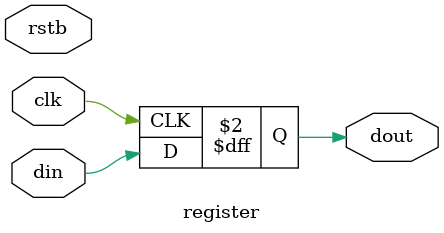
<source format=sv>
`timescale 1ns / 1ps

// register is written to synchronize a combiational logic w.r.t clock and reset signals
module register #(
  parameter int WIDTH = 1,                               // width of the input and output of the register
  parameter logic [1:0] SR = 2'b00,                      // SET and RESET inputs of the register
  parameter logic [WIDTH-1:0] RST_VAL = {WIDTH{1'b0}}    // reset value to be provided at the output when reset signal is active
) (
  input logic  clk,                                      // clock signal for register
  input logic  rstb,                                     // active low, synchronous reset
  input logic [WIDTH-1:0] din,                           // input to be registered
  output logic [WIDTH-1:0] dout                          // registered outputs
);

  generate 
    if(SR==2'b00) begin : NON_RESET_FLOP                 // if SR==00, irrespective of other signals the input needs to be registered
      always_ff @ (posedge clk) begin
          dout <= din;                                   // registering input w.r.t posedge of clock signal
      end 
    end : NON_RESET_FLOP
    else begin: RESET_FLOP                               // if SR!==00, input needs to be registered according to other signals w.r.t posedge of clock signal 
      always_ff @ (posedge clk ) begin                 
        if (~rstb)                                       // if reset is active
          if (SR == 2'b01)                               
            dout <= {WIDTH{1'b0}};                       // if SR==01, reset the output 
          else if (SR == 2'b10)
            dout <= {WIDTH{1'b1}};                       // if SR==10, set the output
          else                                    
            dout <= RST_VAL;                             // if SR==11, reset the output according the reset value provided  
        else
          dout <= din;                                   // if reset is inactive, register the input  
      end
    end: RESET_FLOP 
  endgenerate 
  
endmodule


</source>
